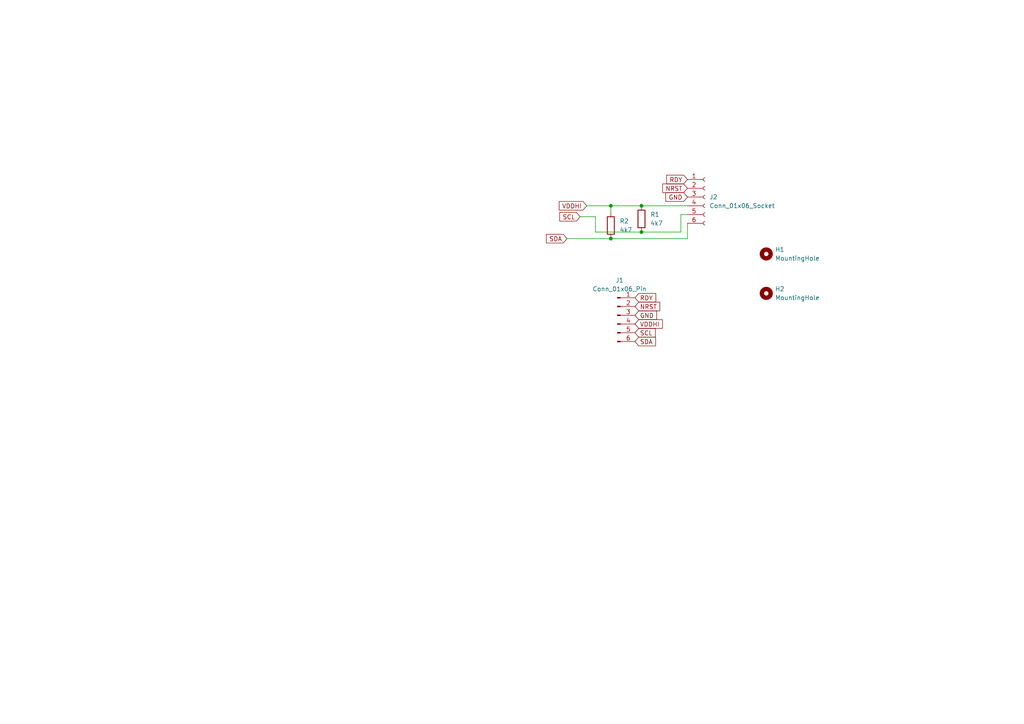
<source format=kicad_sch>
(kicad_sch (version 20230121) (generator eeschema)
  (paper "A4")
  (lib_symbols
    (symbol "Connector:Conn_01x06_Pin" (pin_names (offset 1.016) hide)
      (property "Reference" "J" (at 0 7.62 0))
      (property "Value" "Conn_01x06_Pin" (at 0 -10.16 0))
      (symbol "Conn_01x06_Pin_1_1"
        (polyline (pts (xy 1.27 -7.62) (xy 0.8636 -7.62)) (stroke (width 0.1524)))
        (polyline (pts (xy 1.27 -5.08) (xy 0.8636 -5.08)) (stroke (width 0.1524)))
        (polyline (pts (xy 1.27 -2.54) (xy 0.8636 -2.54)) (stroke (width 0.1524)))
        (polyline (pts (xy 1.27 0) (xy 0.8636 0)) (stroke (width 0.1524)))
        (polyline (pts (xy 1.27 2.54) (xy 0.8636 2.54)) (stroke (width 0.1524)))
        (polyline (pts (xy 1.27 5.08) (xy 0.8636 5.08)) (stroke (width 0.1524)))
        (rectangle (start 0.8636 -7.493) (end 0 -7.747) (stroke (width 0.1524)) (fill (type outline)))
        (rectangle (start 0.8636 -4.953) (end 0 -5.207) (stroke (width 0.1524)) (fill (type outline)))
        (rectangle (start 0.8636 -2.413) (end 0 -2.667) (stroke (width 0.1524)) (fill (type outline)))
        (rectangle (start 0.8636 0.127) (end 0 -0.127) (stroke (width 0.1524)) (fill (type outline)))
        (rectangle (start 0.8636 2.667) (end 0 2.413) (stroke (width 0.1524)) (fill (type outline)))
        (rectangle (start 0.8636 5.207) (end 0 4.953) (stroke (width 0.1524)) (fill (type outline)))
        (pin passive line (at 5.08 5.08 180) (length 3.81) (name "Pin_1") (number "1"))
        (pin passive line (at 5.08 2.54 180) (length 3.81) (name "Pin_2") (number "2"))
        (pin passive line (at 5.08 0 180) (length 3.81) (name "Pin_3") (number "3"))
        (pin passive line (at 5.08 -2.54 180) (length 3.81) (name "Pin_4") (number "4"))
        (pin passive line (at 5.08 -5.08 180) (length 3.81) (name "Pin_5") (number "5"))
        (pin passive line (at 5.08 -7.62 180) (length 3.81) (name "Pin_6") (number "6"))
      )
    )
    (symbol "Connector:Conn_01x06_Socket" (pin_names (offset 1.016) hide)
      (property "Reference" "J" (at 0 7.62 0))
      (property "Value" "Conn_01x06_Socket" (at 0 -10.16 0))
      (symbol "Conn_01x06_Socket_1_1"
        (arc (start 0 -7.112) (mid -0.5058 -7.62) (end 0 -8.128) (stroke (width 0.1524)))
        (arc (start 0 -4.572) (mid -0.5058 -5.08) (end 0 -5.588) (stroke (width 0.1524)))
        (arc (start 0 -2.032) (mid -0.5058 -2.54) (end 0 -3.048) (stroke (width 0.1524)))
        (polyline (pts (xy -1.27 -7.62) (xy -0.508 -7.62)) (stroke (width 0.1524)))
        (polyline (pts (xy -1.27 -5.08) (xy -0.508 -5.08)) (stroke (width 0.1524)))
        (polyline (pts (xy -1.27 -2.54) (xy -0.508 -2.54)) (stroke (width 0.1524)))
        (polyline (pts (xy -1.27 0) (xy -0.508 0)) (stroke (width 0.1524)))
        (polyline (pts (xy -1.27 2.54) (xy -0.508 2.54)) (stroke (width 0.1524)))
        (polyline (pts (xy -1.27 5.08) (xy -0.508 5.08)) (stroke (width 0.1524)))
        (arc (start 0 0.508) (mid -0.5058 0) (end 0 -0.508) (stroke (width 0.1524)))
        (arc (start 0 3.048) (mid -0.5058 2.54) (end 0 2.032) (stroke (width 0.1524)))
        (arc (start 0 5.588) (mid -0.5058 5.08) (end 0 4.572) (stroke (width 0.1524)))
        (pin passive line (at -5.08 5.08 0) (length 3.81) (name "Pin_1") (number "1"))
        (pin passive line (at -5.08 2.54 0) (length 3.81) (name "Pin_2") (number "2"))
        (pin passive line (at -5.08 0 0) (length 3.81) (name "Pin_3") (number "3"))
        (pin passive line (at -5.08 -2.54 0) (length 3.81) (name "Pin_4") (number "4"))
        (pin passive line (at -5.08 -5.08 0) (length 3.81) (name "Pin_5") (number "5"))
        (pin passive line (at -5.08 -7.62 0) (length 3.81) (name "Pin_6") (number "6"))
      )
    )
    (symbol "Device:R" (pin_numbers hide) (pin_names (offset 0))
      (property "Reference" "R" (at 2.032 0 90))
      (property "Value" "R" (at 0 0 90))
      (symbol "R_0_1"
        (rectangle (start -1.016 -2.54) (end 1.016 2.54) (stroke (width 0.254)))
      )
      (symbol "R_1_1"
        (pin passive line (at 0 3.81 270) (length 1.27) (name "~") (number "1"))
        (pin passive line (at 0 -3.81 90) (length 1.27) (name "~") (number "2"))
      )
    )
    (symbol "Mechanical:MountingHole" (pin_names (offset 1.016))
      (property "Reference" "H" (at 0 5.08 0))
      (property "Value" "MountingHole" (at 0 3.175 0))
      (symbol "MountingHole_0_1"
        (circle (center 0 0) (radius 1.27) (stroke (width 1.27)))
      )
    )
  )
  (junction (at 186.055 59.69))
  (junction (at 177.165 59.69))
  (junction (at 177.165 69.215))
  (junction (at 186.055 67.31))
  (wire (pts (xy 177.165 59.69) (xy 186.055 59.69)))
  (wire (pts (xy 164.465 69.215) (xy 177.165 69.215)))
  (wire (pts (xy 186.055 67.31) (xy 172.72 67.31)))
  (wire (pts (xy 177.165 69.215) (xy 199.39 69.215)))
  (wire (pts (xy 197.485 62.23) (xy 197.485 67.31)))
  (wire (pts (xy 186.055 59.69) (xy 199.39 59.69)))
  (wire (pts (xy 170.18 59.69) (xy 177.165 59.69)))
  (wire (pts (xy 199.39 62.23) (xy 197.485 62.23)))
  (wire (pts (xy 199.39 64.77) (xy 199.39 69.215)))
  (wire (pts (xy 186.055 67.31) (xy 197.485 67.31)))
  (wire (pts (xy 177.165 59.69) (xy 177.165 61.595)))
  (wire (pts (xy 172.72 67.31) (xy 172.72 62.865)))
  (wire (pts (xy 168.275 62.865) (xy 172.72 62.865)))
  (global_label "SCL" (shape input) (at 168.275 62.865 180) (property "Intersheetrefs" "${INTERSHEET_REFS}" (effects hide)))
  (global_label "VDDHI" (shape input) (at 184.15 93.98 0) (property "Intersheetrefs" "${INTERSHEET_REFS}" (effects hide)))
  (global_label "RDY" (shape input) (at 199.39 52.07 180) (property "Intersheetrefs" "${INTERSHEET_REFS}" (effects hide)))
  (global_label "RDY" (shape input) (at 184.15 86.36 0) (property "Intersheetrefs" "${INTERSHEET_REFS}" (effects hide)))
  (global_label "GND" (shape input) (at 184.15 91.44 0) (property "Intersheetrefs" "${INTERSHEET_REFS}" (effects hide)))
  (global_label "SDA" (shape input) (at 184.15 99.06 0) (property "Intersheetrefs" "${INTERSHEET_REFS}" (effects hide)))
  (global_label "NRST" (shape input) (at 199.39 54.61 180) (property "Intersheetrefs" "${INTERSHEET_REFS}" (effects hide)))
  (global_label "GND" (shape input) (at 199.39 57.15 180) (property "Intersheetrefs" "${INTERSHEET_REFS}" (effects hide)))
  (global_label "SDA" (shape input) (at 164.465 69.215 180) (property "Intersheetrefs" "${INTERSHEET_REFS}" (effects hide)))
  (global_label "VDDHI" (shape input) (at 170.18 59.69 180) (property "Intersheetrefs" "${INTERSHEET_REFS}" (effects hide)))
  (global_label "NRST" (shape input) (at 184.15 88.9 0) (property "Intersheetrefs" "${INTERSHEET_REFS}" (effects hide)))
  (global_label "SCL" (shape input) (at 184.15 96.52 0) (property "Intersheetrefs" "${INTERSHEET_REFS}" (effects hide)))
  (symbol (lib_id "Connector:Conn_01x06_Pin") (at 179.07 91.44 0) (unit 1)
    (property "Reference" "J1" (at 179.705 81.28 0))
    (property "Value" "Conn_01x06_Pin" (at 179.705 83.82 0))
    (property "Footprint" "Connector_FFC-FPC:Hirose_FH12-6S-0.5SH_1x06-1MP_P0.50mm_Horizontal" (effects hide))
  )
  (symbol (lib_id "Mechanical:MountingHole") (at 222.25 85.09 0) (unit 1)
    (property "Reference" "H2" (at 224.79 83.82 0) (effects (justify left)))
    (property "Value" "MountingHole" (at 224.79 86.36 0) (effects (justify left)))
    (property "Footprint" "MountingHole:MountingHole_2.2mm_M2" (effects hide))
  )
  (symbol (lib_id "Connector:Conn_01x06_Socket") (at 204.47 57.15 0) (unit 1)
    (property "Reference" "J2" (at 205.74 57.15 0) (effects (justify left)))
    (property "Value" "Conn_01x06_Socket" (at 205.74 59.69 0) (effects (justify left)))
    (property "Footprint" "Connector_PinHeader_2.54mm:PinHeader_1x06_P2.54mm_Vertical" (effects hide))
  )
  (symbol (lib_id "Mechanical:MountingHole") (at 222.25 73.66 0) (unit 1)
    (property "Reference" "H1" (at 224.79 72.39 0) (effects (justify left)))
    (property "Value" "MountingHole" (at 224.79 74.93 0) (effects (justify left)))
    (property "Footprint" "MountingHole:MountingHole_2.2mm_M2" (effects hide))
  )
  (symbol (lib_id "Device:R") (at 177.165 65.405 0) (unit 1)
    (property "Reference" "R2" (at 179.705 64.135 0) (effects (justify left)))
    (property "Value" "4k7" (at 179.705 66.675 0) (effects (justify left)))
    (property "Footprint" "Resistor_SMD:R_0805_2012Metric_Pad1.20x1.40mm_HandSolder" (effects hide))
  )
  (symbol (lib_id "Device:R") (at 186.055 63.5 0) (unit 1)
    (property "Reference" "R1" (at 188.595 62.23 0) (effects (justify left)))
    (property "Value" "4k7" (at 188.595 64.77 0) (effects (justify left)))
    (property "Footprint" "Resistor_SMD:R_0805_2012Metric_Pad1.20x1.40mm_HandSolder" (effects hide))
  )
)
</source>
